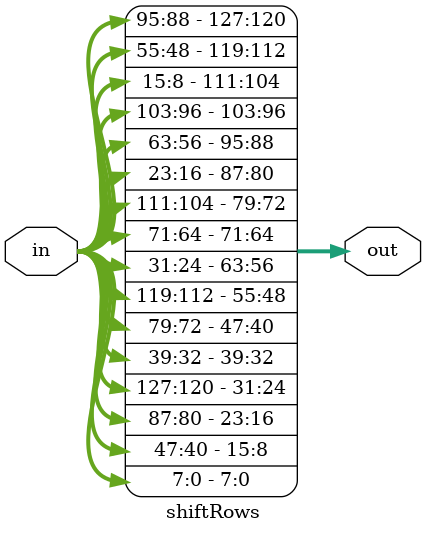
<source format=v>
module shiftRows (in, out);
    input [127:0] in;
    output [127:0] out;
        
    // r1
    assign out[7:0] = in[7:0];
    assign out[39:32] = in[39:32];
    assign out[71:64] = in[71:64];
    assign out[103:96] = in[103:96];

    // r2
    assign out[15:8] = in[47:40];
    assign out[47:40] = in[79:72];
    assign out[79:72] = in[111:104];
    assign out[111:104] = in[15:8];

    // r3
    assign out[23:16] = in[87:80];
    assign out[55:48] = in[119:112];
    assign out[87:80] = in[23:16];
    assign out[119:112] = in[55:48];

    // r4
    assign out[31:24] = in[127:120];
    assign out[63:56] = in[31:24];
    assign out[95:88] = in[63:56];
    assign out[127:120] = in[95:88];

endmodule
</source>
